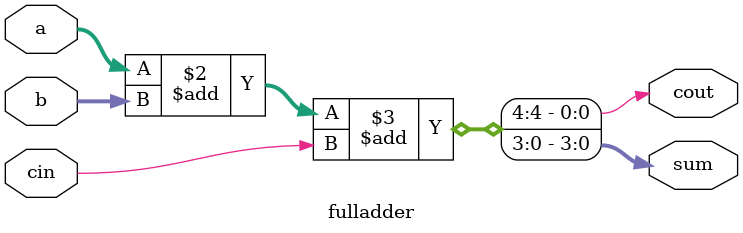
<source format=v>
module fulladder (
a,
b,
cin,
sum,
cout);

input [3:0] a, b;
input cin;
output reg [3:0] sum;
output reg cout;

always @ (a, b, cin) begin
    {cout, sum} = a + b + cin;
end

endmodule
</source>
